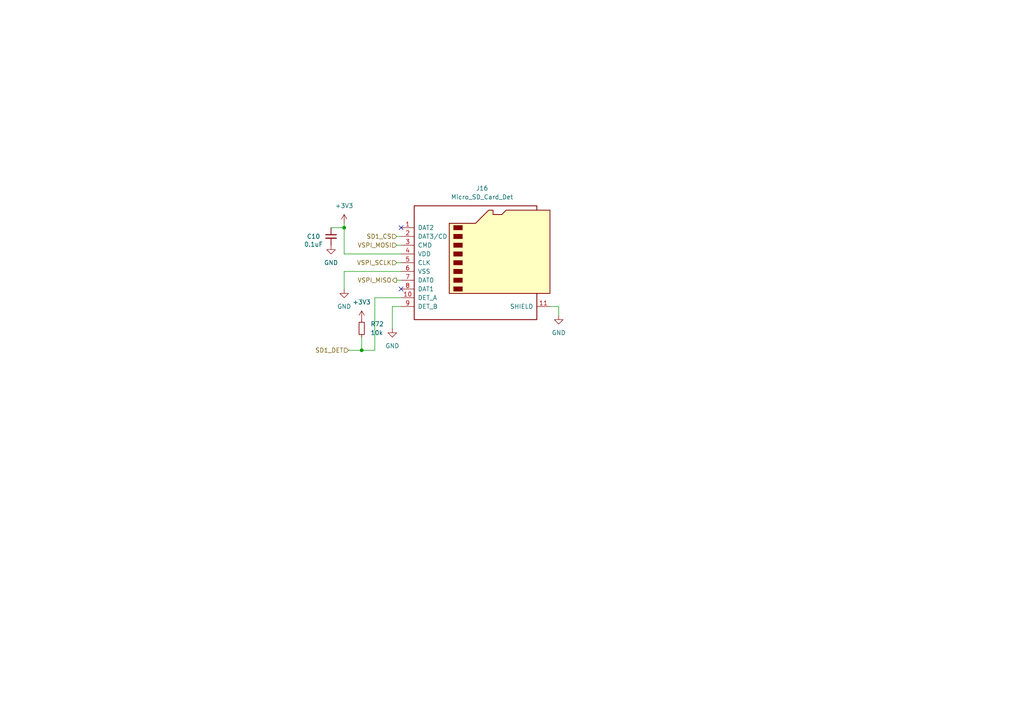
<source format=kicad_sch>
(kicad_sch (version 20230121) (generator eeschema)
  (paper "A4")
  (lib_symbols
    (symbol "Connector:Micro_SD_Card_Det" (pin_names (offset 1.016))
      (property "Reference" "J" (at -16.51 17.78 0))
      (property "Value" "Micro_SD_Card_Det" (at 16.51 17.78 0))
      (symbol "Micro_SD_Card_Det_0_1"
        (rectangle (start -7.62 -6.985) (end -5.08 -8.255) (fill (type outline)))
        (rectangle (start -7.62 -4.445) (end -5.08 -5.715) (fill (type outline)))
        (rectangle (start -7.62 -1.905) (end -5.08 -3.175) (fill (type outline)))
        (rectangle (start -7.62 0.635) (end -5.08 -0.635) (fill (type outline)))
        (rectangle (start -7.62 3.175) (end -5.08 1.905) (fill (type outline)))
        (rectangle (start -7.62 5.715) (end -5.08 4.445) (fill (type outline)))
        (rectangle (start -7.62 8.255) (end -5.08 6.985) (fill (type outline)))
        (rectangle (start -7.62 10.795) (end -5.08 9.525) (fill (type outline)))
        (polyline (pts (xy 16.51 15.24) (xy 16.51 16.51) (xy -19.05 16.51) (xy -19.05 -16.51) (xy 16.51 -16.51) (xy 16.51 -8.89)) (stroke (width 0.254)))
        (polyline (pts (xy -8.89 -8.89) (xy -8.89 11.43) (xy -1.27 11.43) (xy 2.54 15.24) (xy 3.81 15.24) (xy 3.81 13.97) (xy 6.35 13.97) (xy 7.62 15.24) (xy 20.32 15.24) (xy 20.32 -8.89) (xy -8.89 -8.89)) (stroke (width 0.254)) (fill (type background)))
      )
      (symbol "Micro_SD_Card_Det_1_1"
        (pin bidirectional line (at -22.86 10.16 0) (length 3.81) (name "DAT2") (number "1"))
        (pin passive line (at -22.86 -10.16 0) (length 3.81) (name "DET_A") (number "10"))
        (pin passive line (at 20.32 -12.7 180) (length 3.81) (name "SHIELD") (number "11"))
        (pin bidirectional line (at -22.86 7.62 0) (length 3.81) (name "DAT3/CD") (number "2"))
        (pin input line (at -22.86 5.08 0) (length 3.81) (name "CMD") (number "3"))
        (pin power_in line (at -22.86 2.54 0) (length 3.81) (name "VDD") (number "4"))
        (pin input line (at -22.86 0 0) (length 3.81) (name "CLK") (number "5"))
        (pin power_in line (at -22.86 -2.54 0) (length 3.81) (name "VSS") (number "6"))
        (pin bidirectional line (at -22.86 -5.08 0) (length 3.81) (name "DAT0") (number "7"))
        (pin bidirectional line (at -22.86 -7.62 0) (length 3.81) (name "DAT1") (number "8"))
        (pin passive line (at -22.86 -12.7 0) (length 3.81) (name "DET_B") (number "9"))
      )
    )
    (symbol "Device:C_Small" (pin_numbers hide) (pin_names (offset 0.254) hide)
      (property "Reference" "C" (at 0.254 1.778 0))
      (property "Value" "C_Small" (at 0.254 -2.032 0))
      (symbol "C_Small_0_1"
        (polyline (pts (xy -1.524 -0.508) (xy 1.524 -0.508)) (stroke (width 0.3302)))
        (polyline (pts (xy -1.524 0.508) (xy 1.524 0.508)) (stroke (width 0.3048)))
      )
      (symbol "C_Small_1_1"
        (pin passive line (at 0 2.54 270) (length 2.032) (name "~") (number "1"))
        (pin passive line (at 0 -2.54 90) (length 2.032) (name "~") (number "2"))
      )
    )
    (symbol "Device:R_Small" (pin_numbers hide) (pin_names (offset 0.254) hide)
      (property "Reference" "R" (at 0.762 0.508 0))
      (property "Value" "R_Small" (at 0.762 -1.016 0))
      (symbol "R_Small_0_1"
        (rectangle (start -0.762 1.778) (end 0.762 -1.778) (stroke (width 0.2032)))
      )
      (symbol "R_Small_1_1"
        (pin passive line (at 0 2.54 270) (length 0.762) (name "~") (number "1"))
        (pin passive line (at 0 -2.54 90) (length 0.762) (name "~") (number "2"))
      )
    )
    (symbol "power:+3.3V" (power) (pin_names (offset 0))
      (property "Value" "+3.3V" (at 0 3.556 0))
      (symbol "+3.3V_0_1"
        (polyline (pts (xy -0.762 1.27) (xy 0 2.54)))
        (polyline (pts (xy 0 0) (xy 0 2.54)))
        (polyline (pts (xy 0 2.54) (xy 0.762 1.27)))
      )
      (symbol "+3.3V_1_1"
        (pin power_in line (at 0 0 90) (length 0) hide (name "+3V3") (number "1"))
      )
    )
    (symbol "power:GND" (power) (pin_names (offset 0))
      (property "Value" "GND" (at 0 -3.81 0))
      (symbol "GND_0_1"
        (polyline (pts (xy 0 0) (xy 0 -1.27) (xy 1.27 -1.27) (xy 0 -2.54) (xy -1.27 -1.27) (xy 0 -1.27)))
      )
      (symbol "GND_1_1"
        (pin power_in line (at 0 0 270) (length 0) hide (name "GND") (number "1"))
      )
    )
  )
  (junction (at 104.902 101.6))
  (junction (at 99.822 66.04))
  (no_connect (at 116.332 83.82))
  (no_connect (at 116.332 66.04))
  (wire (pts (xy 115.062 68.58) (xy 116.332 68.58)))
  (wire (pts (xy 116.332 88.9) (xy 113.792 88.9)))
  (wire (pts (xy 115.062 71.12) (xy 116.332 71.12)))
  (wire (pts (xy 115.062 76.2) (xy 116.332 76.2)))
  (wire (pts (xy 99.822 66.04) (xy 99.822 73.66)))
  (wire (pts (xy 116.332 86.36) (xy 108.712 86.36)))
  (wire (pts (xy 101.092 101.6) (xy 104.902 101.6)))
  (wire (pts (xy 115.062 81.28) (xy 116.332 81.28)))
  (wire (pts (xy 104.902 97.79) (xy 104.902 101.6)))
  (wire (pts (xy 116.332 78.74) (xy 99.822 78.74)))
  (wire (pts (xy 99.822 78.74) (xy 99.822 83.82)))
  (wire (pts (xy 108.712 101.6) (xy 104.902 101.6)))
  (wire (pts (xy 108.712 86.36) (xy 108.712 101.6)))
  (wire (pts (xy 96.012 66.04) (xy 99.822 66.04)))
  (wire (pts (xy 116.332 73.66) (xy 99.822 73.66)))
  (wire (pts (xy 162.052 88.9) (xy 162.052 91.44)))
  (wire (pts (xy 99.822 64.77) (xy 99.822 66.04)))
  (wire (pts (xy 113.792 88.9) (xy 113.792 95.25)))
  (wire (pts (xy 159.512 88.9) (xy 162.052 88.9)))
  (hierarchical_label "VSPI_SCLK" (shape input) (at 115.062 76.2 180))
  (hierarchical_label "VSPI_MISO" (shape output) (at 115.062 81.28 180))
  (hierarchical_label "SD1_DET" (shape input) (at 101.092 101.6 180))
  (hierarchical_label "VSPI_MOSI" (shape input) (at 115.062 71.12 180))
  (hierarchical_label "SD1_CS" (shape input) (at 115.062 68.58 180))
  (symbol (lib_id "power:GND") (at 162.052 91.44 0) (unit 1)
    (property "Reference" "#PWR0161" (effects hide))
    (property "Value" "GND" (at 162.052 96.52 0))
    (instances (project "sensorboard" (path "" (reference "#PWR0161") (unit 1))) (project "Ricardo-Stark" (path "" (reference "#PWR0173") (unit 1))))
  )
  (symbol (lib_id "Connector:Micro_SD_Card_Det") (at 139.192 76.2 0) (unit 1)
    (property "Reference" "J16" (at 139.827 54.61 0))
    (property "Value" "Micro_SD_Card_Det" (at 139.827 57.15 0))
    (property "Footprint" "Connector_Card:microSD_HC_Hirose_DM3AT-SF-PEJM5" (effects hide))
    (property "Datasheet" "https://www.hirose.com/product/en/download_file/key_name/DM3/category/Catalog/doc_file_id/49662/?file_category_id=4&item_id=195&is_series=1" (effects hide))
    (instances (project "sensorboard" (path "" (reference "J16") (unit 1))) (project "Ricardo-Stark" (path "" (reference "J13") (unit 1))))
  )
  (symbol (lib_id "Device:R_Small") (at 104.902 95.25 0) (unit 1)
    (property "Reference" "R72" (at 107.442 93.9799 0) (effects (justify left)))
    (property "Value" "10k" (at 107.442 96.5199 0) (effects (justify left)))
    (property "Footprint" "Resistor_SMD:R_0402_1005Metric" (effects hide))
    (instances (project "sensorboard" (path "" (reference "R72") (unit 1))) (project "Ricardo-Stark" (path "" (reference "R89") (unit 1))))
  )
  (symbol (lib_id "power:+3.3V") (at 104.902 92.71 0) (unit 1)
    (property "Reference" "#PWR0159" (effects hide))
    (property "Value" "+3.3V" (at 104.902 87.63 0))
    (instances (project "sensorboard" (path "" (reference "#PWR0159") (unit 1))) (project "Ricardo-Stark" (path "" (reference "#PWR0171") (unit 1))))
  )
  (symbol (lib_id "power:GND") (at 113.792 95.25 0) (unit 1)
    (property "Reference" "#PWR0160" (effects hide))
    (property "Value" "GND" (at 113.792 100.33 0))
    (instances (project "sensorboard" (path "" (reference "#PWR0160") (unit 1))) (project "Ricardo-Stark" (path "" (reference "#PWR0172") (unit 1))))
  )
  (symbol (lib_id "power:+3.3V") (at 99.822 64.77 0) (unit 1)
    (property "Reference" "#PWR0157" (effects hide))
    (property "Value" "+3.3V" (at 99.822 59.69 0))
    (instances (project "sensorboard" (path "" (reference "#PWR0157") (unit 1))) (project "Ricardo-Stark" (path "" (reference "#PWR0169") (unit 1))))
  )
  (symbol (lib_id "Device:C_Small") (at 96.012 68.58 0) (unit 1)
    (property "Reference" "C10" (at 90.932 68.58 0))
    (property "Value" "0.1uF" (at 90.932 70.8914 0))
    (property "Footprint" "Capacitor_SMD:C_0402_1005Metric" (effects hide))
    (instances (project "sensorboard" (path "" (reference "C10") (unit 1)) (path "" (reference "C90") (unit 1))) (project "Ricardo-Stark" (path "" (reference "C77") (unit 1))))
  )
  (symbol (lib_id "power:GND") (at 96.012 71.12 0) (unit 1)
    (property "Reference" "#PWR077" (effects hide))
    (property "Value" "GND" (at 96.012 76.2 0))
    (instances (project "sensorboard" (path "" (reference "#PWR077") (unit 1))) (project "Ricardo-Stark" (path "" (reference "#PWR0168") (unit 1))))
  )
  (symbol (lib_id "power:GND") (at 99.822 83.82 0) (unit 1)
    (property "Reference" "#PWR0158" (effects hide))
    (property "Value" "GND" (at 99.822 88.9 0))
    (instances (project "sensorboard" (path "" (reference "#PWR0158") (unit 1))) (project "Ricardo-Stark" (path "" (reference "#PWR0170") (unit 1))))
  )
)
</source>
